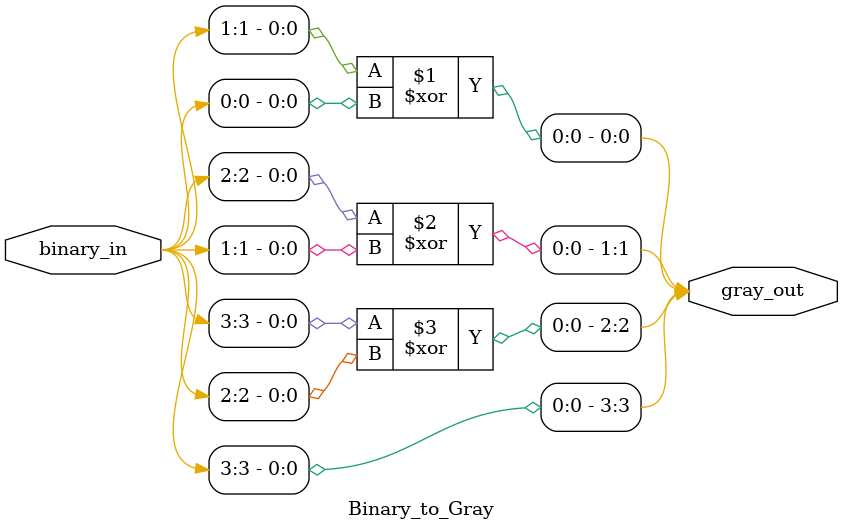
<source format=v>
module Binary_to_Gray (
    input  wire [3:0] binary_in,
    output wire [3:0] gray_out
);

    // Insira seu codigo aqui
    assign gray_out[0] = binary_in[1] ^ binary_in[0];
    assign gray_out[1] = binary_in[2] ^ binary_in[1];
    assign gray_out[2] = binary_in[3] ^ binary_in[2];
    assign gray_out[3] = binary_in[3];

endmodule

</source>
